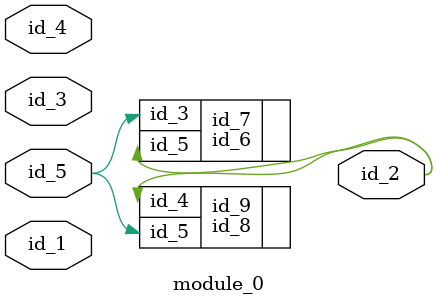
<source format=v>
module module_0 (
    id_1,
    id_2,
    id_3,
    id_4,
    id_5
);
  input id_5;
  input id_4;
  input id_3;
  output id_2;
  input id_1;
  id_6 id_7 (
      .id_5(id_2),
      .id_3(id_5)
  );
  assign id_4 = id_5 ? id_4 : id_5 ? id_1 : id_2;
  id_8 id_9 (
      .id_4(id_7),
      .id_5(id_5),
      .id_4(id_2),
      .id_5(id_5)
  );
endmodule

</source>
